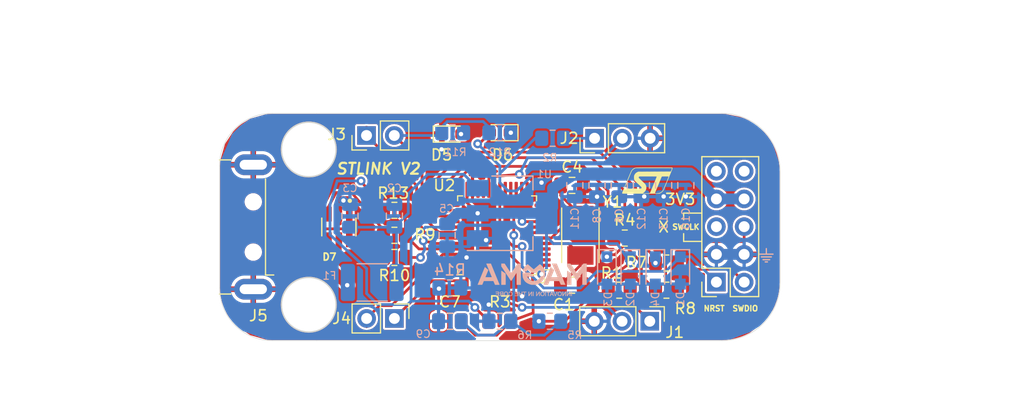
<source format=kicad_pcb>
(kicad_pcb (version 20221018) (generator pcbnew)
  (layers (0 "F.Cu" signal) (31 "B.Cu" signal) (34 "B.Paste" user) (35 "F.Paste" user) (36 "B.SilkS" user "B.Silkscreen") (37 "F.SilkS" user "F.Silkscreen") (38 "B.Mask" user) (39 "F.Mask" user) (44 "Edge.Cuts" user))
  (net 0 "")
  (net 1 "GND")
  (net 2 "/OSC_IN")
  (net 3 "Net-(C2-Pad1)")
  (net 4 "/OSC_OUT")
  (net 5 "+3V3")
  (net 6 "Net-(C7-Pad1)")
  (net 7 "Net-(C9-Pad1)")
  (net 8 "/STLINK_SWCLK")
  (net 9 "/STLINK_SWDIO")
  (net 10 "Net-(D5-Pad2)")
  (net 11 "Net-(D6-Pad1)")
  (net 12 "VBUS")
  (net 13 "/BOOT0")
  (net 14 "Net-(J1-Pad1)")
  (net 15 "/BOOT1")
  (net 16 "Net-(J2-Pad1)")
  (net 17 "/UART_TX")
  (net 18 "/UART_RX")
  (net 19 "/SWDIO")
  (net 20 "/SWCLK")
  (net 21 "Net-(R4-Pad1)")
  (net 22 "Net-(R7-Pad2)")
  (net 23 "Net-(R8-Pad2)")
  (net 24 "/NRST")
  (net 25 "/USB_P")
  (net 26 "/USB_N")
  (net 27 "Net-(D7-Pad6)")
  (net 28 "Net-(D7-Pad3)")
  (net 29 "Net-(C7-Pad2)")
  (footprint "Capacitor_SMD:C_0805_2012Metric_Pad1.18x1.45mm_HandSolder" (layer "F.Cu") (at 66.5265 62.738)
    (fp_text reference "C1")
    (fp_text value "18pF")
  )
  (footprint "Capacitor_SMD:C_0805_2012Metric_Pad1.18x1.45mm_HandSolder" (layer "F.Cu") (at 66.548 53.594)
    (fp_text reference "C4")
    (fp_text value "18pF")
  )
  (footprint "Capacitor_SMD:C_0805_2012Metric_Pad1.18x1.45mm_HandSolder" (layer "F.Cu") (at 55.372 66.04 180)
    (fp_text reference "C7")
    (fp_text value "100nF")
  )
  (footprint "ESDA6V1BC6:SOT95P280X145-6N" (layer "F.Cu") (at 45.212 57.404 -90)
    (fp_text reference "D7")
    (fp_text value "ESDA6V1BC6")
  )
  (footprint "Connector_PinHeader_2.54mm:PinHeader_1x03_P2.54mm_Vertical" (layer "F.Cu") (at 73.66 66.04 -90)
    (fp_text reference "J1")
    (fp_text value "Conn_01x03")
  )
  (footprint "Resistor_SMD:R_0805_2012Metric_Pad1.20x1.40mm_HandSolder" (layer "F.Cu") (at 70.866 63.1952 180)
    (fp_text reference "R1")
    (fp_text value "10K")
  )
  (footprint "Resistor_SMD:R_0805_2012Metric_Pad1.20x1.40mm_HandSolder" (layer "F.Cu") (at 71.374 58.42)
    (fp_text reference "R4")
    (fp_text value "220R")
  )
  (footprint "Resistor_SMD:R_0805_2012Metric_Pad1.20x1.40mm_HandSolder" (layer "F.Cu") (at 75.184 60.706)
    (fp_text reference "R7")
    (fp_text value "75R")
  )
  (footprint "Resistor_SMD:R_0805_2012Metric_Pad1.20x1.40mm_HandSolder" (layer "F.Cu") (at 50.292 58.166 180)
    (fp_text reference "R9")
    (fp_text value "75R")
  )
  (footprint "Resistor_SMD:R_0805_2012Metric_Pad1.20x1.40mm_HandSolder" (layer "F.Cu") (at 50.292 60.198 180)
    (fp_text reference "R10")
    (fp_text value "75R")
  )
  (footprint "Resistor_SMD:R_0805_2012Metric_Pad1.20x1.40mm_HandSolder" (layer "F.Cu") (at 50.292 55.88 180)
    (fp_text reference "R13")
    (fp_text value "100K")
  )
  (footprint "Package_QFP:LQFP-48_7x7mm_P0.5mm" (layer "F.Cu") (at 59.69 58.166 180)
    (fp_text reference "U2")
    (fp_text value "STM32F103C8Tx")
  )
  (footprint "Crystal:Crystal_SMD_TXC_7A-2Pin_5x3.2mm" (layer "F.Cu") (at 67.31 58.166 90)
    (fp_text reference "Y1")
    (fp_text value "Crystal")
  )
  (footprint "Connector_USB:USB_A_CNCTech_1001-011-01101_Horizontal" (layer "F.Cu") (at 30.48 57.404 180)
    (fp_text reference "J5")
    (fp_text value "USB_A")
  )
  (footprint "Connector_PinHeader_2.54mm:PinHeader_1x03_P2.54mm_Vertical" (layer "F.Cu") (at 68.61 49.276 90)
    (fp_text reference "J2")
    (fp_text value "Conn_01x03")
  )
  (footprint "Connector_PinHeader_2.54mm:PinHeader_1x02_P2.54mm_Vertical" (layer "F.Cu") (at 50.292 65.786 -90)
    (fp_text reference "J4")
    (fp_text value "Conn_01x02")
  )
  (footprint "Connector_PinHeader_2.54mm:PinHeader_1x02_P2.54mm_Vertical" (layer "F.Cu") (at 47.742 49.022 90)
    (fp_text reference "J3")
    (fp_text value "Conn_01x02")
  )
  (footprint "Resistor_SMD:R_0805_2012Metric_Pad1.20x1.40mm_HandSolder" (layer "F.Cu") (at 75.184 63.1952)
    (fp_text reference "R8")
    (fp_text value "75R")
  )
  (footprint "LED_SMD:LED_0603_1608Metric_Pad1.05x0.95mm_HandSolder" (layer "F.Cu") (at 59.944 48.768 180)
    (fp_text reference "D6")
    (fp_text value "BLUE RED")
  )
  (footprint "LED_SMD:LED_0603_1608Metric_Pad1.05x0.95mm_HandSolder" (layer "F.Cu") (at 55.513 48.895)
    (fp_text reference "D5")
    (fp_text value "RED LED")
  )
  (footprint "Connector_PinSocket_2.54mm:PinSocket_2x05_P2.54mm_Vertical" (layer "F.Cu") (at 79.756 62.454 180)
    (fp_text reference "STLINK_CONN1" hide)
    (fp_text value "STLINK CONN")
  )
  (footprint "Resistor_SMD:R_0805_2012Metric_Pad1.20x1.40mm_HandSolder" (layer "F.Cu") (at 59.928 66.04 180)
    (fp_text reference "R3")
    (fp_text value "100K")
  )
  (footprint "Component Documents:STLogo" (layer "F.Cu") (at 73.406 53.594)
    (fp_text reference "G***" hide)
    (fp_text value "LOGO" hide)
  )
  (footprint "Capacitor_SMD:C_0805_2012Metric_Pad1.18x1.45mm_HandSolder" (layer "B.Cu") (at 55.372 66.04 180)
    (fp_text reference "C9")
    (fp_text value "100nF")
  )
  (footprint "Resistor_SMD:R_0805_2012Metric_Pad1.20x1.40mm_HandSolder" (layer "B.Cu") (at 64.77 49.276 180)
    (fp_text reference "R2")
    (fp_text value "10K")
  )
  (footprint "Resistor_SMD:R_0805_2012Metric_Pad1.20x1.40mm_HandSolder" (layer "B.Cu") (at 64.516 66.04)
    (fp_text reference "R5")
    (fp_text value "100K")
  )
  (footprint "Resistor_SMD:R_0805_2012Metric_Pad1.20x1.40mm_HandSolder" (layer "B.Cu") (at 59.944 66.04 180)
    (fp_text reference "R6")
    (fp_text value "100K")
  )
  (footprint "Package_TO_SOT_SMD:SOT-223-3_TabPin2" (layer "B.Cu") (at 61.062 56.148)
    (fp_text reference "U1")
    (fp_text value "LM1117-3.3")
  )
  (footprint "Diode_SMD:D_SOD-323_HandSoldering" (layer "B.Cu") (at 74.168 61.3836 -90)
    (fp_text reference "D4")
    (fp_text value "PESD3V3L1BA,115")
  )
  (footprint "Diode_SMD:D_SOD-323_HandSoldering" (layer "B.Cu") (at 71.882 61.3836 -90)
    (fp_text reference "D2")
    (fp_text value "PESD3V3L1BA,115")
  )
  (footprint "Diode_SMD:D_SOD-323_HandSoldering" (layer "B.Cu") (at 69.7364 61.3836 -90)
    (fp_text reference "D3")
    (fp_text value "PESD3V3L1BA,115")
  )
  (footprint "Diode_SMD:D_SOD-323_HandSoldering" (layer "B.Cu") (at 76.454 61.3836 -90)
    (fp_text reference "D1")
    (fp_text value "PESD3V3L1BA,115")
  )
  (footprint "Capacitor_SMD:C_0805_2012Metric_Pad1.18x1.45mm_HandSolder" (layer "B.Cu") (at 46.228 56.388 90)
    (fp_text reference "C3")
    (fp_text value "100nF")
  )
  (footprint "Fuse:Fuse_1812_4532Metric_Pad1.30x3.40mm_HandSolder" (layer "B.Cu") (at 48.26 62.484)
    (fp_text reference "F1")
    (fp_text value "8V 2A")
  )
  (footprint "Capacitor_SMD:C_0805_2012Metric_Pad1.18x1.45mm_HandSolder" (layer "B.Cu") (at 50.292 56.388 90)
    (fp_text reference "C2")
    (fp_text value "10uF")
  )
  (footprint "Capacitor_SMD:C_0805_2012Metric_Pad1.18x1.45mm_HandSolder" (layer "B.Cu") (at 55.118 58.166 -90)
    (fp_text reference "C5")
    (fp_text value "10uF")
  )
  (footprint "Capacitor_SMD:C_0805_2012Metric_Pad1.18x1.45mm_HandSolder" (layer "B.Cu") (at 72.898 53.594 -90)
    (fp_text reference "C12")
    (fp_text value "100nF")
  )
  (footprint "Capacitor_SMD:C_0805_2012Metric_Pad1.18x1.45mm_HandSolder" (layer "B.Cu") (at 68.834 53.594 -90)
    (fp_text reference "C8")
    (fp_text value "100nF")
  )
  (footprint "Capacitor_SMD:C_0805_2012Metric_Pad1.18x1.45mm_HandSolder" (layer "B.Cu") (at 76.962 53.594 -90)
    (fp_text reference "C10")
    (fp_text value "100nF")
  )
  (footprint "Capacitor_SMD:C_0805_2012Metric_Pad1.18x1.45mm_HandSolder" (layer "B.Cu") (at 70.866 53.594 -90)
    (fp_text reference "C6")
    (fp_text value "100nF")
  )
  (footprint "Capacitor_SMD:C_0805_2012Metric_Pad1.18x1.45mm_HandSolder" (layer "B.Cu") (at 74.93 53.594 -90)
    (fp_text reference "C13")
    (fp_text value "100nF")
  )
  (footprint "Resistor_SMD:R_0805_2012Metric_Pad1.20x1.40mm_HandSolder" (layer "B.Cu") (at 55.626 48.768 180)
    (fp_text reference "R11")
    (fp_text value "200")
  )
  (footprint "Resistor_SMD:R_0805_2012Metric_Pad1.20x1.40mm_HandSolder" (layer "B.Cu") (at 59.944 48.768 180)
    (fp_text reference "R12")
    (fp_text value "200")
  )
  (footprint "Capacitor_SMD:C_0805_2012Metric_Pad1.18x1.45mm_HandSolder" (layer "B.Cu") (at 66.802 53.594 -90)
    (fp_text reference "C11")
    (fp_text value "100nF")
  )
  (footprint "Resistor_SMD:R_0805_2012Metric_Pad1.20x1.40mm_HandSolder" (layer "B.Cu") (at 55.372 62.992 180)
    (fp_text reference "R14")
    (fp_text value "100K")
  )
  (footprint "Component Documents:MagmaLogoDahaKucuk" (layer "B.Cu") (at 62.992 62.23 180)
    (fp_text reference "G***" hide)
    (fp_text value "LOGO" hide)
  )
  (gr_line (start 84.6328 60.4012) (end 84.0232 60.4012) (stroke (width 0.12)) (layer "B.SilkS"))
  (gr_line (start 84.7852 60.1472) (end 83.8708 60.1472) (stroke (width 0.12)) (layer "B.SilkS"))
  (gr_line (start 84.328 59.8424) (end 84.328 59.3852) (stroke (width 0.12)) (layer "B.SilkS"))
  (gr_line (start 84.9376 59.8932) (end 83.7184 59.8932) (stroke (width 0.12)) (layer "B.SilkS"))
  (gr_line (start 84.4296 60.6044) (end 84.2264 60.6044) (stroke (width 0.12)) (layer "B.SilkS"))
  (gr_line (start 78.4352 56.134) (end 76.7588 56.134) (stroke (width 0.12)) (layer "F.SilkS"))
  (gr_circle (center 63.8048 62.2808) (end 63.9572 62.484) (stroke (width 0.12)) (fill none) (layer "F.SilkS"))
  (gr_line (start 76.7588 58.7248) (end 76.7588 58.0136) (stroke (width 0.12)) (layer "F.SilkS"))
  (gr_line (start 76.7588 56.134) (end 76.7588 56.7436) (stroke (width 0.12)) (layer "F.SilkS"))
  (gr_line (start 78.3844 58.7248) (end 76.7588 58.7248) (stroke (width 0.12)) (layer "F.SilkS"))
  (gr_line (start 34.29 51.816) (end 34.29 62.992) (stroke (width 0.05)) (layer "Edge.Cuts"))
  (gr_line (start 43.18 67.818) (end 39.116 67.818) (stroke (width 0.05)) (layer "Edge.Cuts"))
  (gr_line (start 85.598 52.324) (end 85.598 62.484) (stroke (width 0.05)) (layer "Edge.Cuts"))
  (gr_circle (center 42.458 64.5268) (end 44.958 64.5268) (stroke (width 0.12)) (fill none) (layer "Edge.Cuts"))
  (gr_circle (center 42.458 50.3028) (end 44.958 50.3028) (stroke (width 0.12)) (fill none) (layer "Edge.Cuts"))
  (gr_line (start 43.18 46.99) (end 80.264 46.99) (stroke (width 0.05)) (layer "Edge.Cuts"))
  (gr_line (start 43.18 46.99) (end 39.116 46.99) (stroke (width 0.05)) (layer "Edge.Cuts"))
  (gr_arc (start 39.116 67.818) (mid 35.703503 66.404497) (end 34.29 62.992) (stroke (width 0.05)) (layer "Edge.Cuts"))
  (gr_line (start 43.18 67.818) (end 80.264 67.818) (stroke (width 0.05)) (layer "Edge.Cuts"))
  (gr_arc (start 80.264 46.99) (mid 84.035708 48.552292) (end 85.598 52.324) (stroke (width 0.05)) (layer "Edge.Cuts"))
  (gr_arc (start 85.598 62.484) (mid 84.035708 66.255708) (end 80.264 67.818) (stroke (width 0.05)) (layer "Edge.Cuts"))
  (gr_arc (start 34.29 51.816) (mid 35.703503 48.403503) (end 39.116 46.99) (stroke (width 0.05)) (layer "Edge.Cuts"))
  (gr_text "X" (at 74.93 57.404) (layer "F.SilkS") (effects (font (size 1 1))))
  (gr_text "STLINK V2" (at 48.8188 52.07) (layer "F.SilkS") (effects (font (size 1 1) (thickness 0.2) italic)))
  (gr_text "NRST" (at 79.5528 64.8716) (layer "F.SilkS") (effects (font (size 0.5 0.5) (thickness 0.125))))
  (gr_text "3V3" (at 76.454 54.864) (layer "F.SilkS") (effects (font (size 1 1))))
  (gr_text "SWCLK\n" (at 76.962 57.404) (layer "F.SilkS") (effects (font (size 0.5 0.5) (thickness 0.125))))
  (gr_text "SWDIO" (at 82.3976 64.8716) (layer "F.SilkS") (effects (font (size 0.5 0.5) (thickness 0.125))))
  (segment (start 67.5855 53.594) (end 67.7965 53.594) (width 0.25) (layer "F.Cu") (net 1))
  (segment (start 64.91501 57.156692) (end 64.91501 55.175308) (width 0.25) (layer "F.Cu") (net 1))
  (segment (start 63.8525 57.416) (end 64.655702 57.416) (width 0.25) (layer "F.Cu") (net 1))
  (segment (start 64.91501 55.175308) (end 63.754 54.014298) (width 0.25) (layer "F.Cu") (net 1))
  (segment (start 57.44 55.03959) (end 57.823409 55.422999) (width 0.25) (layer "F.Cu") (net 1))
  (segment (start 61.94 63.718) (end 61.976 63.754) (width 0.25) (layer "F.Cu") (net 1))
  (segment (start 57.44 54.0035) (end 57.44 55.03959) (width 0.25) (layer "F.Cu") (net 1))
  (segment (start 45.212 56.229) (end 45.212 55.39659) (width 0.254) (layer "F.Cu") (net 1))
  (segment (start 61.94 62.3285) (end 61.94 63.718) (width 0.25) (layer "F.Cu") (net 1))
  (segment (start 67.7965 53.594) (end 68.834 54.6315) (width 0.25) (layer "F.Cu") (net 1))
  (segment (start 55.5275 60.416) (end 56.678 60.416) (width 0.25) (layer "F.Cu") (net 1))
  (segment (start 58.679241 55.842239) (end 58.679241 58.609702) (width 0.25) (layer "F.Cu") (net 1))
  (segment (start 54.638 48.895) (end 54.638 50.264) (width 0.25) (layer "F.Cu") (net 1))
  (segment (start 56.678 60.416) (end 56.896 60.198) (width 0.25) (layer "F.Cu") (net 1))
  (segment (start 64.655702 57.416) (end 64.91501 57.156692) (width 0.25) (layer "F.Cu") (net 1))
  (segment (start 54.638 50.264) (end 54.61 50.292) (width 0.25) (layer "F.Cu") (net 1))
  (segment (start 45.212 55.39659) (end 45.62919 54.9794) (width 0.254) (layer "F.Cu") (net 1))
  (segment (start 63.754 54.014298) (end 63.754 53.34) (width 0.25) (layer "F.Cu") (net 1))
  (segment (start 58.260001 55.422999) (end 58.679241 55.842239) (width 0.25) (layer "F.Cu") (net 1))
  (segment (start 57.823409 55.422999) (end 58.260001 55.422999) (width 0.25) (layer "F.Cu") (net 1))
  (via (at 58.928 64.516) (size 0.8) (drill 0.4) (layers "F.Cu" "B.Cu") (net 1))
  (via (at 68.834 54.6315) (size 0.8) (drill 0.4) (layers "F.Cu" "B.Cu") (net 1))
  (via (at 63.754 53.34) (size 0.8) (drill 0.4) (layers "F.Cu" "B.Cu") (net 1))
  (via (at 58.679241 58.609702) (size 0.8) (drill 0.4) (layers "F.Cu" "B.Cu") (net 1))
  (via (at 54.61 50.292) (size 0.8) (drill 0.4) (layers "F.Cu" "B.Cu") (net 1))
  (via (at 45.62919 54.9794) (size 0.8) (drill 0.4) (layers "F.Cu" "B.Cu") (net 1))
  (via (at 61.976 63.754) (size 0.8) (drill 0.4) (layers "F.Cu" "B.Cu") (net 1))
  (via (at 56.896 60.198) (size 0.8) (drill 0.4) (layers "F.Cu" "B.Cu") (net 1))
  (via (at 76.962 54.61) (size 0.8) (drill 0.4) (layers "F.Cu" "B.Cu") (net 1))
  (via (at 74.93 54.61) (size 0.8) (drill 0.4) (layers "F.Cu" "B.Cu") (net 1))
  (via (at 73.152 54.61) (size 0.8) (drill 0.4) (layers "F.Cu" "B.Cu") (net 1))
  (segment (start 57.1565 59.2035) (end 57.912 58.448) (width 0.25) (layer "B.Cu") (net 1))
  (segment (start 45.62919 54.9794) (end 45.8569 54.9794) (width 0.254) (layer "B.Cu") (net 1))
  (segment (start 55.118 59.2035) (end 57.1565 59.2035) (width 0.25) (layer "B.Cu") (net 1))
  (segment (start 79.756 59.914) (end 82.296 59.914) (width 1) (layer "B.Cu") (net 1))
  (segment (start 58.944 64.532) (end 58.928 64.516) (width 0.25) (layer "B.Cu") (net 1))
  (segment (start 58.944 66.04) (end 58.944 64.532) (width 0.25) (layer "B.Cu") (net 1))
  (segment (start 45.8569 54.9794) (end 46.228 55.3505) (width 0.254) (layer "B.Cu") (net 1))
  (segment (start 67.31 60.917) (end 65.489 62.738) (width 0.25) (layer "F.Cu") (net 2))
  (segment (start 67.31 60.016) (end 67.31 60.917) (width 0.25) (layer "F.Cu") (net 2))
  (segment (start 66.21 58.916) (end 63.8525 58.916) (width 0.25) (layer "F.Cu") (net 2))
  (segment (start 67.31 60.016) (end 66.21 58.916) (width 0.25) (layer "F.Cu") (net 2))
  (segment (start 50.292 57.4255) (end 46.228 57.4255) (width 0.25) (layer "B.Cu") (net 3))
  (segment (start 56.642 52.578) (end 57.912 53.848) (width 0.25) (layer "B.Cu") (net 3))
  (segment (start 50.292 57.4255) (end 51.562 56.1555) (width 0.25) (layer "B.Cu") (net 3))
  (segment (start 50.485 62.484) (end 50.485 57.6185) (width 0.25) (layer "B.Cu") (net 3))
  (segment (start 50.292 57.4255) (end 50.7785 57.4255) (width 0.25) (layer "B.Cu") (net 3))
  (segment (start 53.34 52.578) (end 56.642 52.578) (width 0.25) (layer "B.Cu") (net 3))
  (segment (start 51.562 56.1555) (end 51.562 54.356) (width 0.25) (layer "B.Cu") (net 3))
  (segment (start 50.485 57.6185) (end 50.292 57.4255) (width 0.25) (layer "B.Cu") (net 3))
  (segment (start 51.562 54.356) (end 53.34 52.578) (width 0.25) (layer "B.Cu") (net 3))
  (segment (start 66.755702 56.316) (end 67.31 56.316) (width 0.25) (layer "F.Cu") (net 4))
  (segment (start 63.8525 58.416) (end 64.655702 58.416) (width 0.25) (layer "F.Cu") (net 4))
  (segment (start 64.655702 58.416) (end 66.755702 56.316) (width 0.25) (layer "F.Cu") (net 4))
  (segment (start 65.5105 53.594) (end 65.5105 54.5165) (width 0.25) (layer "F.Cu") (net 4))
  (segment (start 65.5105 54.5165) (end 67.31 56.316) (width 0.25) (layer "F.Cu") (net 4))
  (segment (start 62.44 62.3285) (end 62.44 61.525298) (width 0.25) (layer "F.Cu") (net 5))
  (segment (start 69.5612 63.5) (end 69.866 63.1952) (width 0.25) (layer "F.Cu") (net 5))
  (segment (start 68.42769 63.5) (end 69.5612 63.5) (width 0.25) (layer "F.Cu") (net 5))
  (segment (start 63.8525 56.916) (end 61.996 56.916) (width 0.25) (layer "F.Cu") (net 5))
  (segment (start 63.8525 61.6235) (end 63.754 61.722) (width 0.25) (layer "F.Cu") (net 5))
  (segment (start 65.88769 66.04) (end 63.516 66.04) (width 0.25) (layer "F.Cu") (net 5))
  (segment (start 56.94 54.0035) (end 56.94 55.176) (width 0.25) (layer "F.Cu") (net 5))
  (segment (start 57.912 49.784) (end 58.053 49.784) (width 0.25) (layer "F.Cu") (net 5))
  (segment (start 71.882 60.706) (end 69.866 62.1496) (width 0.25) (layer "F.Cu") (net 5))
  (segment (start 57.912 59.334702) (end 57.912 56.148) (width 0.25) (layer "F.Cu") (net 5))
  (segment (start 47.244 53.1876) (end 49.276 55.88) (width 0.25) (layer "F.Cu") (net 5))
  (segment (start 62.44 61.525298) (end 60.249404 59.334702) (width 0.25) (layer "F.Cu") (net 5))
  (segment (start 49.276 55.88) (end 49.292 55.88) (width 0.25) (layer "F.Cu") (net 5))
  (segment (start 58.053 49.784) (end 59.069 48.768) (width 0.25) (layer "F.Cu") (net 5))
  (segment (start 57.912 60.96) (end 57.912 59.334702) (width 0.25) (layer "F.Cu") (net 5))
  (segment (start 60.249404 59.334702) (end 57.912 59.334702) (width 0.25) (layer "F.Cu") (net 5))
  (segment (start 55.5275 60.916) (end 57.912 60.96) (width 0.25) (layer "F.Cu") (net 5))
  (segment (start 56.94 55.176) (end 57.912 56.148) (width 0.25) (layer "F.Cu") (net 5))
  (segment (start 57.658 64.77) (end 58.928 66.04) (width 0.25) (layer "F.Cu") (net 5))
  (segment (start 69.866 62.1496) (end 69.866 63.1952) (width 0.25) (layer "F.Cu") (net 5))
  (segment (start 68.42769 63.5) (end 65.88769 66.04) (width 0.25) (layer "F.Cu") (net 5))
  (segment (start 63.8525 60.916) (end 63.8525 61.6235) (width 0.25) (layer "F.Cu") (net 5))
  (segment (start 61.996 56.916) (end 61.976 56.896) (width 0.25) (layer "F.Cu") (net 5))
  (via (at 63.516 66.04) (size 0.8) (drill 0.4) (layers "F.Cu" "B.Cu") (net 5))
  (via (at 57.912 49.784) (size 0.8) (drill 0.4) (layers "F.Cu" "B.Cu") (net 5))
  (via (at 57.658 64.77) (size 0.8) (drill 0.4) (layers "F.Cu" "B.Cu") (net 5))
  (via (at 71.882 60.706) (size 0.8) (drill 0.4) (layers "F.Cu" "B.Cu") (net 5))
  (via (at 47.244 53.1876) (size 0.8) (drill 0.4) (layers "F.Cu" "B.Cu") (net 5))
  (via (at 63.754 61.722) (size 0.8) (drill 0.4) (layers "F.Cu" "B.Cu") (net 5))
  (via (at 61.976 56.896) (size 0.8) (drill 0.4) (layers "F.Cu" "B.Cu") (net 5))
  (via (at 57.912 56.148) (size 0.8) (drill 0.4) (layers "F.Cu" "B.Cu") (net 5))
  (segment (start 48.76101 64.50901) (end 51.50399 64.50901) (width 0.25) (layer "B.Cu") (net 5))
  (segment (start 79.756 54.834) (end 82.296 54.834) (width 1) (layer "B.Cu") (net 5))
  (segment (start 77.4785 52.5565) (end 79.756 54.834) (width 1) (layer "B.Cu") (net 5))
  (segment (start 66.802 52.5565) (end 63.0135 52.5565) (width 0.25) (layer "B.Cu") (net 5))
  (segment (start 71.882 60.706) (end 70.6764 58.928) (width 0.25) (layer "B.Cu") (net 5))
  (segment (start 63.0135 52.5565) (end 61.468 54.102) (width 0.25) (layer "B.Cu") (net 5))
  (segment (start 63.17 49.276) (end 63.77 49.276) (width 0.25) (layer "B.Cu") (net 5))
  (segment (start 61.976 56.896) (end 61.228 56.148) (width 0.25) (layer "B.Cu") (net 5))
  (segment (start 64.77 55.59) (end 64.212 56.148) (width 1) (layer "B.Cu") (net 5))
  (segment (start 61.228 56.148) (end 64.212 56.148) (width 1) (layer "B.Cu") (net 5))
  (segment (start 60.706 54.102) (end 59.944 53.34) (width 0.25) (layer "B.Cu") (net 5))
  (segment (start 63.754 61.722) (end 64.212 61.264) (width 0.25) (layer "B.Cu") (net 5))
  (segment (start 51.816 64.197) (end 57.085 64.197) (width 0.25) (layer "B.Cu") (net 5))
  (segment (start 57.085 64.197) (end 57.658 64.77) (width 0.25) (layer "B.Cu") (net 5))
  (segment (start 66.802 52.5565) (end 76.962 52.5565) (width 1.19) (layer "B.Cu") (net 5))
  (segment (start 64.212 58.298) (end 64.212 56.148) (width 0.25) (layer "B.Cu") (net 5))
  (segment (start 53.123 57.4255) (end 51.816 58.7325) (width 0.25) (layer "B.Cu") (net 5))
  (segment (start 64.77 53.848) (end 66.802 52.5565) (width 1) (layer "B.Cu") (net 5))
  (segment (start 47.752 63.5) (end 48.76101 64.50901) (width 0.25) (layer "B.Cu") (net 5))
  (segment (start 61.468 54.102) (end 60.706 54.102) (width 0.25) (layer "B.Cu") (net 5))
  (segment (start 53.848 57.4255) (end 54.821 57.4255) (width 0.25) (layer "B.Cu") (net 5))
  (segment (start 57.912 56.148) (end 56.0985 56.148) (width 1) (layer "B.Cu") (net 5))
  (segment (start 64.212 61.264) (end 64.212 56.148) (width 0.25) (layer "B.Cu") (net 5))
  (segment (start 59.944 52.502) (end 59.944 51.816) (width 0.25) (layer "B.Cu") (net 5))
  (segment (start 56.0985 56.148) (end 55.118 57.1285) (width 1) (layer "B.Cu") (net 5))
  (segment (start 53.848 57.4255) (end 53.123 57.4255) (width 0.25) (layer "B.Cu") (net 5))
  (segment (start 57.912 56.148) (end 61.228 56.148) (width 1) (layer "B.Cu") (net 5))
  (segment (start 51.816 58.7325) (end 51.816 64.197) (width 0.25) (layer "B.Cu") (net 5))
  (segment (start 71.882 60.706) (end 71.882 60.1336) (width 0.25) (layer "B.Cu") (net 5))
  (segment (start 51.50399 64.50901) (end 51.816 64.197) (width 0.25) (layer "B.Cu") (net 5))
  (segment (start 64.77 53.848) (end 64.77 55.59) (width 1) (layer "B.Cu") (net 5))
  (segment (start 70.6764 58.928) (end 64.842 58.928) (width 0.25) (layer "B.Cu") (net 5))
  (segment (start 47.244 53.1876) (end 45.0596 53.1876) (width 0.25) (layer "B.Cu") (net 5))
  (segment (start 47.752 61.214) (end 47.752 63.5) (width 0.25) (layer "B.Cu") (net 5))
  (segment (start 44.3992 58.1152) (end 47.752 61.214) (width 0.25) (layer "B.Cu") (net 5))
  (segment (start 59.944 52.502) (end 63.17 49.276) (width 0.25) (layer "B.Cu") (net 5))
  (segment (start 59.944 51.816) (end 57.912 49.784) (width 0.25) (layer "B.Cu") (net 5))
  (segment (start 45.0596 53.1876) (end 44.3992 55.372) (width 0.25) (layer "B.Cu") (net 5))
  (segment (start 64.842 58.928) (end 64.212 58.298) (width 0.25) (layer "B.Cu") (net 5))
  (segment (start 64.212 56.148) (end 64.212 55.1465) (width 0.25) (layer "B.Cu") (net 5))
  (segment (start 59.944 53.34) (end 59.944 52.502) (width 0.25) (layer "B.Cu") (net 5))
  (segment (start 76.962 52.5565) (end 77.4785 52.5565) (width 0.25) (layer "B.Cu") (net 5))
  (segment (start 44.3992 55.372) (end 44.3992 58.1152) (width 0.25) (layer "B.Cu") (net 5))
  (segment (start 62.78999 61.238878) (end 62.91501 61.363898) (width 0.25) (layer "F.Cu") (net 6))
  (segment (start 62.91501 61.363898) (end 62.992 65.278) (width 0.25) (layer "F.Cu") (net 6))
  (segment (start 62.992 65.278) (end 60.928 66.04) (width 0.25) (layer "F.Cu") (net 6))
  (segment (start 63.8525 57.916) (end 63.049298 57.916) (width 0.25) (layer "F.Cu") (net 6))
  (segment (start 63.049298 57.916) (end 62.78999 58.175308) (width 0.25) (layer "F.Cu") (net 6))
  (segment (start 56.4095 66.04) (end 57.6795 67.31) (width 0.25) (layer "F.Cu") (net 6))
  (segment (start 62.78999 58.175308) (end 62.78999 61.238878) (width 0.25) (layer "F.Cu") (net 6))
  (segment (start 57.6795 67.31) (end 59.658 67.31) (width 0.25) (layer "F.Cu") (net 6))
  (segment (start 59.658 67.31) (end 60.928 66.04) (width 0.25) (layer "F.Cu") (net 6))
  (segment (start 62.324001 56.170999) (end 61.627999 56.170999) (width 0.25) (layer "F.Cu") (net 7))
  (segment (start 62.569002 56.416) (end 62.324001 56.170999) (width 0.25) (layer "F.Cu") (net 7))
  (segment (start 61.214 56.584998) (end 61.214 58.166) (width 0.25) (layer "F.Cu") (net 7))
  (segment (start 63.8525 56.416) (end 62.569002 56.416) (width 0.25) (layer "F.Cu") (net 7))
  (segment (start 61.627999 56.170999) (end 61.214 56.584998) (width 0.25) (layer "F.Cu") (net 7))
  (via (at 61.214 58.166) (size 0.8) (drill 0.4) (layers "F.Cu" "B.Cu") (net 7))
  (segment (start 59.42 67.31) (end 60.944 66.04) (width 0.25) (layer "B.Cu") (net 7))
  (segment (start 64.008 67.31) (end 65.516 66.04) (width 0.25) (layer "B.Cu") (net 7))
  (segment (start 61.214 65.77) (end 60.944 66.04) (width 0.25) (layer "B.Cu") (net 7))
  (segment (start 62.722 67.31) (end 64.008 67.31) (width 0.25) (layer "B.Cu") (net 7))
  (segment (start 57.912 67.31) (end 59.42 67.31) (width 0.25) (layer "B.Cu") (net 7))
  (segment (start 61.214 58.166) (end 61.214 65.77) (width 0.25) (layer "B.Cu") (net 7))
  (segment (start 60.944 66.04) (end 62.722 67.31) (width 0.25) (layer "B.Cu") (net 7))
  (segment (start 56.4095 66.04) (end 57.912 67.31) (width 0.25) (layer "B.Cu") (net 7))
  (segment (start 54.356 54.102) (end 57.404 51.054) (width 0.25) (layer "F.Cu") (net 8))
  (segment (start 68.326 51.054) (end 71.374 54.102) (width 0.25) (layer "F.Cu") (net 8))
  (segment (start 54.724298 55.916) (end 54.356 55.547702) (width 0.25) (layer "F.Cu") (net 8))
  (segment (start 70.104 59.944) (end 69.9144 60.1336) (width 0.25) (layer "F.Cu") (net 8))
  (segment (start 72.898 60.648998) (end 72.898 61.9092) (width 0.25) (layer "F.Cu") (net 8))
  (segment (start 54.356 55.547702) (end 54.356 54.102) (width 0.25) (layer "F.Cu") (net 8))
  (segment (start 70.46319 59.944) (end 70.104 59.944) (width 0.25) (layer "F.Cu") (net 8))
  (segment (start 71.374 59.124998) (end 71.374 59.03319) (width 0.25) (layer "F.Cu") (net 8))
  (segment (start 57.404 51.054) (end 68.326 51.054) (width 0.25) (layer "F.Cu") (net 8))
  (segment (start 72.898 60.648998) (end 71.374 59.124998) (width 0.25) (layer "F.Cu") (net 8))
  (segment (start 69.9144 60.1336) (end 69.7364 60.1336) (width 0.25) (layer "F.Cu") (net 8))
  (segment (start 55.5275 55.916) (end 54.724298 55.916) (width 0.25) (layer "F.Cu") (net 8))
  (segment (start 72.898 61.9092) (end 74.184 63.1952) (width 0.25) (layer "F.Cu") (net 8))
  (segment (start 71.374 54.102) (end 71.374 59.03319) (width 0.25) (layer "F.Cu") (net 8))
  (segment (start 71.374 59.03319) (end 70.46319 59.944) (width 0.25) (layer "F.Cu") (net 8))
  (via (at 69.7364 60.1336) (size 0.8) (drill 0.4) (layers "F.Cu" "B.Cu") (net 8))
  (segment (start 71.501 52.959) (end 71.628 53.086) (width 0.25) (layer "F.Cu") (net 9))
  (segment (start 69.85 51.308) (end 71.501 52.959) (width 0.25) (layer "F.Cu") (net 9))
  (segment (start 74.184 60.706) (end 74.184 60.23) (width 0.25) (layer "F.Cu") (net 9))
  (segment (start 53.848 53.34) (end 56.642 50.546) (width 0.25) (layer "F.Cu") (net 9))
  (segment (start 74.184 60.23) (end 72.374 58.42) (width 0.25) (layer "F.Cu") (net 9))
  (segment (start 56.642 50.546) (end 69.088 50.546) (width 0.25) (layer "F.Cu") (net 9))
  (segment (start 53.848 56.388) (end 55.5275 56.416) (width 0.25) (layer "F.Cu") (net 9))
  (segment (start 69.088 50.546) (end 69.85 51.308) (width 0.25) (layer "F.Cu") (net 9))
  (segment (start 72.374 58.42) (end 72.374 53.832) (width 0.25) (layer "F.Cu") (net 9))
  (segment (start 72.374 53.832) (end 71.501 52.959) (width 0.25) (layer "F.Cu") (net 9))
  (segment (start 53.848 53.34) (end 53.848 56.388) (width 0.25) (layer "F.Cu") (net 9))
  (via (at 74.184 60.706) (size 0.8) (drill 0.4) (layers "F.Cu" "B.Cu") (net 9))
  (segment (start 74.168 60.69) (end 74.184 60.706) (width 0.25) (layer "B.Cu") (net 9))
  (segment (start 74.168 60.1336) (end 74.168 60.69) (width 0.25) (layer "B.Cu") (net 9))
  (via (at 56.388 48.895) (size 0.8) (drill 0.4) (layers "F.Cu" "B.Cu") (net 10))
  (segment (start 56.515 48.768) (end 56.388 48.895) (width 0.25) (layer "B.Cu") (net 10))
  (segment (start 56.626 48.768) (end 56.515 48.768) (width 0.25) (layer "B.Cu") (net 10))
  (segment (start 60.819 48.768) (end 60.944 48.768) (width 0.25) (layer "F.Cu") (net 11))
  (via (at 60.944 48.768) (size 0.8) (drill 0.4) (layers "F.Cu" "B.Cu") (net 11))
  (segment (start 42.164 60.931) (end 44.228 60.931) (width 1) (layer "F.Cu") (net 12))
  (segment (start 44.228 60.931) (end 46.035 62.738) (width 1) (layer "F.Cu") (net 12))
  (segment (start 42.164 60.931) (end 40.357 60.931) (width 1) (layer "F.Cu") (net 12))
  (segment (start 40.357 60.677) (end 40.13 60.904) (width 0.25) (layer "F.Cu") (net 12))
  (segment (start 44.262 58.579) (end 42.164 60.677) (width 0.25) (layer "F.Cu") (net 12))
  (via (at 45.974 62.738) (size 0.8) (drill 0.4) (layers "F.Cu" "B.Cu") (net 12))
  (segment (start 60.44 63.131702) (end 60.44 62.3285) (width 0.25) (layer "F.Cu") (net 13))
  (segment (start 60.452 64.262) (end 60.44 63.131702) (width 0.25) (layer "F.Cu") (net 13))
  (segment (start 61.976 64.77) (end 60.452 64.262) (width 0.25) (layer "F.Cu") (net 13))
  (via (at 61.976 64.77) (size 0.8) (drill 0.4) (layers "F.Cu" "B.Cu") (net 13))
  (segment (start 69.85 64.77) (end 71.12 66.04) (width 0.25) (layer "B.Cu") (net 13))
  (segment (start 61.976 64.77) (end 69.85 64.77) (width 0.25) (layer "B.Cu") (net 13))
  (segment (start 71.866 64.246) (end 73.66 66.04) (width 0.25) (layer "F.Cu") (net 14))
  (segment (start 71.866 63.1952) (end 71.866 64.246) (width 0.25) (layer "F.Cu") (net 14))
  (segment (start 58.94 52.82) (end 58.94 54.0035) (width 0.25) (layer "F.Cu") (net 15))
  (segment (start 61.722 52.578) (end 58.94 52.82) (width 0.25) (layer "F.Cu") (net 15))
  (via (at 61.722 52.578) (size 0.8) (drill 0.4) (layers "F.Cu" "B.Cu") (net 15))
  (segment (start 62.484 51.054) (end 69.372 51.054) (width 0.25) (layer "B.Cu") (net 15))
  (segment (start 61.722 52.578) (end 62.484 51.054) (width 0.25) (layer "B.Cu") (net 15))
  (segment (start 69.372 51.054) (end 71.15 49.276) (width 0.25) (layer "B.Cu") (net 15))
  (segment (start 65.77 49.276) (end 68.61 49.276) (width 0.25) (layer "B.Cu") (net 16))
  (segment (start 53.34 56.896) (end 54.33701 57.89301) (width 0.254) (layer "F.Cu") (net 17))
  (segment (start 54.33701 57.89301) (end 55.50451 57.89301) (width 0.254) (layer "F.Cu") (net 17))
  (segment (start 55.50451 57.89301) (end 55.5275 57.916) (width 0.254) (layer "F.Cu") (net 17))
  (segment (start 52.822 56.378) (end 53.34 56.896) (width 0.25) (layer "F.Cu") (net 17))
  (segment (start 52.822 51.562) (end 50.282 49.022) (width 0.25) (layer "F.Cu") (net 17))
  (segment (start 52.822 51.562) (end 52.822 56.378) (width 0.25) (layer "F.Cu") (net 17))
  (segment (start 58.944 48.276) (end 58.944 48.768) (width 0.25) (layer "B.Cu") (net 17))
  (segment (start 54.372 49.022) (end 54.626 48.768) (width 0.25) (layer "B.Cu") (net 17))
  (segment (start 54.626 48.244) (end 55.12701 47.74299) (width 0.25) (layer "B.Cu") (net 17))
  (segment (start 54.626 48.768) (end 54.626 48.244) (width 0.25) (layer "B.Cu") (net 17))
  (segment (start 58.41099 47.74299) (end 58.944 48.276) (width 0.25) (layer "B.Cu") (net 17))
  (segment (start 55.12701 47.74299) (end 58.41099 47.74299) (width 0.25) (layer "B.Cu") (net 17))
  (segment (start 50.282 49.022) (end 54.372 49.022) (width 0.25) (layer "B.Cu") (net 17))
  (segment (start 47.742 49.022) (end 52.314 53.594) (width 0.25) (layer "F.Cu") (net 18))
  (segment (start 52.324 53.594) (end 52.324 56.642) (width 0.25) (layer "F.Cu") (net 18))
  (segment (start 54.587888 58.416) (end 55.5275 58.416) (width 0.25) (layer "F.Cu") (net 18))
  (segment (start 53.9496 58.2676) (end 54.587888 58.416) (width 0.25) (layer "F.Cu") (net 18))
  (segment (start 52.324 56.642) (end 53.086 57.948999) (width 0.25) (layer "F.Cu") (net 18))
  (segment (start 53.086 57.948999) (end 53.9496 58.2676) (width 0.25) (layer "F.Cu") (net 18))
  (segment (start 47.742 48.26) (end 47.742 48.504) (width 0.25) (layer "F.Cu") (net 18))
  (segment (start 52.314 53.594) (end 52.324 53.594) (width 0.25) (layer "F.Cu") (net 18))
  (segment (start 55.5275 59.916) (end 54.724298 59.916) (width 0.25) (layer "F.Cu") (net 19))
  (segment (start 48.927001 64.610999) (end 47.752 65.786) (width 0.25) (layer "F.Cu") (net 19))
  (segment (start 47.752 65.786) (end 47.752 66.548) (width 0.25) (layer "F.Cu") (net 19))
  (segment (start 50.029299 64.610999) (end 48.927001 64.610999) (width 0.25) (layer "F.Cu") (net 19))
  (segment (start 54.724298 59.916) (end 50.029299 64.610999) (width 0.25) (layer "F.Cu") (net 19))
  (segment (start 53.7495 62.3285) (end 50.292 65.786) (width 0.25) (layer "F.Cu") (net 20))
  (segment (start 56.94 62.3285) (end 53.7495 62.3285) (width 0.25) (layer "F.Cu") (net 20))
  (segment (start 67.600999 51.852999) (end 69.85 54.102) (width 0.25) (layer "F.Cu") (net 21))
  (segment (start 57.367001 51.852999) (end 67.600999 51.852999) (width 0.25) (layer "F.Cu") (net 21))
  (segment (start 55.5244 53.8988) (end 55.626 53.594) (width 0.25) (layer "F.Cu") (net 21))
  (segment (start 69.85 57.896) (end 70.374 58.42) (width 0.25) (layer "F.Cu") (net 21))
  (segment (start 55.5275 54.112798) (end 55.5244 53.8988) (width 0.25) (layer "F.Cu") (net 21))
  (segment (start 55.5275 55.416) (end 55.5275 54.112798) (width 0.25) (layer "F.Cu") (net 21))
  (segment (start 69.85 54.102) (end 69.85 57.896) (width 0.25) (layer "F.Cu") (net 21))
  (segment (start 55.626 53.594) (end 57.367001 51.852999) (width 0.25) (layer "F.Cu") (net 21))
  (segment (start 81.120999 61.278999) (end 76.756999 61.278999) (width 0.25) (layer "F.Cu") (net 22))
  (segment (start 82.296 62.454) (end 81.120999 61.278999) (width 0.25) (layer "F.Cu") (net 22))
  (segment (start 76.756999 61.278999) (end 76.184 60.706) (width 0.25) (layer "F.Cu") (net 22))
  (segment (start 76.389001 58.738999) (end 75.10901 60.01899) (width 0.25) (layer "F.Cu") (net 23))
  (segment (start 76.184 63.1952) (end 75.10901 62.12021) (width 0.25) (layer "F.Cu") (net 23))
  (segment (start 82.231001 58.738999) (end 76.389001 58.738999) (width 0.25) (layer "F.Cu") (net 23))
  (segment (start 75.10901 62.12021) (end 75.10901 60.01899) (width 0.25) (layer "F.Cu") (net 23))
  (segment (start 82.296 57.374) (end 82.296 58.674) (width 0.25) (layer "F.Cu") (net 23))
  (segment (start 82.296 58.674) (end 82.231001 58.738999) (width 0.25) (layer "F.Cu") (net 23))
  (segment (start 61.156998 59.182) (end 61.976 59.182) (width 0.25) (layer "F.Cu") (net 24))
  (segment (start 59.94 57.965002) (end 61.156998 59.182) (width 0.25) (layer "F.Cu") (net 24))
  (segment (start 59.94 54.0035) (end 59.94 57.965002) (width 0.25) (layer "F.Cu") (net 24))
  (via (at 61.976 59.182) (size 0.8) (drill 0.4) (layers "F.Cu" "B.Cu") (net 24))
  (segment (start 61.976 61.017002) (end 63.950998 62.992) (width 0.25) (layer "B.Cu") (net 24))
  (segment (start 75.1196 61.468) (end 76.454 60.1336) (width 0.25) (layer "B.Cu") (net 24))
  (segment (start 67.31 62.992) (end 68.834 61.468) (width 0.25) (layer "B.Cu") (net 24))
  (segment (start 77.4356 60.1336) (end 79.756 62.454) (width 0.25) (layer "B.Cu") (net 24))
  (segment (start 63.950998 62.992) (end 67.31 62.992) (width 0.25) (layer "B.Cu") (net 24))
  (segment (start 76.454 60.1336) (end 77.4356 60.1336) (width 0.25) (layer "B.Cu") (net 24))
  (segment (start 61.976 59.182) (end 61.976 61.017002) (width 0.25) (layer "B.Cu") (net 24))
  (segment (start 68.834 61.468) (end 75.1196 61.468) (width 0.25) (layer "B.Cu") (net 24))
  (segment (start 52.542 59.416) (end 55.5275 59.416) (width 0.25) (layer "F.Cu") (net 25))
  (segment (start 51.292 58.166) (end 51.292 55.88) (width 0.25) (layer "F.Cu") (net 25))
  (segment (start 51.292 58.166) (end 52.542 59.416) (width 0.25) (layer "F.Cu") (net 25))
  (segment (start 51.292 60.198) (end 52.6796 60.198) (width 0.25) (layer "F.Cu") (net 26))
  (segment (start 52.9336 58.674) (end 54.09 58.916) (width 0.25) (layer "F.Cu") (net 26))
  (segment (start 54.09 58.916) (end 55.5275 58.916) (width 0.25) (layer "F.Cu") (net 26))
  (via (at 52.9336 58.674) (size 0.8) (drill 0.4) (layers "F.Cu" "B.Cu") (net 26))
  (via (at 52.6796 60.198) (size 0.8) (drill 0.4) (layers "F.Cu" "B.Cu") (net 26))
  (segment (start 53.086 59.436) (end 52.6796 60.198) (width 0.25) (layer "B.Cu") (net 26))
  (segment (start 52.9336 58.674) (end 53.086 59.436) (width 0.25) (layer "B.Cu") (net 26))
  (segment (start 47.673 58.579) (end 49.292 60.198) (width 0.25) (layer "F.Cu") (net 27))
  (segment (start 40.96001 57.57399) (end 45.83699 57.57399) (width 0.25) (layer "F.Cu") (net 27))
  (segment (start 46.162 57.899) (end 46.162 58.579) (width 0.25) (layer "F.Cu") (net 27))
  (segment (start 45.83699 57.57399) (end 46.162 57.899) (width 0.25) (layer "F.Cu") (net 27))
  (segment (start 40.13 58.404) (end 40.96001 57.57399) (width 0.25) (layer "F.Cu") (net 27))
  (segment (start 46.162 58.579) (end 47.673 58.579) (width 0.25) (layer "F.Cu") (net 27))
  (segment (start 44.958 54.2544) (end 44.262 55.549) (width 0.25) (layer "F.Cu") (net 28))
  (segment (start 46.3804 54.2544) (end 44.958 54.2544) (width 0.25) (layer "F.Cu") (net 28))
  (segment (start 49.292 57.674) (end 46.3804 54.2544) (width 0.25) (layer "F.Cu") (net 28))
  (segment (start 49.292 58.166) (end 49.292 57.674) (width 0.25) (layer "F.Cu") (net 28))
  (segment (start 40.13 56.404) (end 44.087 56.404) (width 0.25) (layer "F.Cu") (net 28))
  (segment (start 44.262 55.549) (end 44.262 56.229) (width 0.25) (layer "F.Cu") (net 28))
  (segment (start 44.087 56.404) (end 44.262 56.229) (width 0.25) (layer "F.Cu") (net 28))
  (segment (start 54.3345 66.04) (end 54.3345 63.091) (width 0.25) (layer "F.Cu") (net 29))
  (segment (start 54.3345 63.091) (end 54.372 63.0535) (width 0.25) (layer "F.Cu") (net 29))
  (via (at 54.372 63.0535) (size 0.8) (drill 0.4) (layers "F.Cu" "B.Cu") (net 29))
  (zone (net 1) (net_name "GND") (layer "F.Cu") (connect_pads (clearance 0.2)) (min_thickness 0.254) (fill yes (thermal_gap 0.508) (thermal_bridge_width 0.508))
    (polygon (pts (xy 82.39125 47.40275) (xy 84.23275 48.783875) (xy 85.09 50.038) (xy 85.598 51.816) (xy 85.598 63.246) (xy 85.09 64.77) (xy 83.91525 66.2305) (xy 82.55 67.31) (xy 80.772 67.818) (xy 38.862 67.818) (xy 37.084 67.31) (xy 36.0045 66.548) (xy 35.052 65.532) (xy 34.29 63.754) (xy 34.29 51.562) (xy 34.798 49.784) (xy 35.814 48.26) (xy 37.084 47.498) (xy 38.862 46.99) (xy 80.264 46.99)))
  )
  (zone (net 1) (net_name "GND") (layer "B.Cu") (connect_pads (clearance 0.2)) (min_thickness 0.2) (fill yes (thermal_gap 0.3) (thermal_bridge_width 0.3))
    (polygon (pts (xy 82.55 47.498) (xy 83.624671 48.131654) (xy 84.836 49.53) (xy 85.598 51.816) (xy 85.598 63.246) (xy 84.836 65.278) (xy 84.033954 66.276387) (xy 82.804 67.056) (xy 82.042 67.31) (xy 80.772 67.818) (xy 38.862 67.818) (xy 36.068 66.802) (xy 34.798 65.278) (xy 34.29 63.754) (xy 34.29 51.562) (xy 35.433 48.895) (xy 36.195 48.133) (xy 37.084 47.498) (xy 38.862 46.99) (xy 80.264 46.99)))
  )
)
</source>
